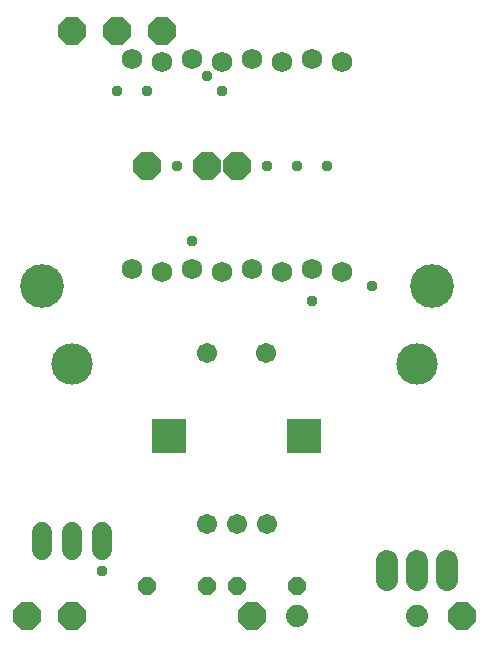
<source format=gbr>
G04 EAGLE Gerber RS-274X export*
G75*
%MOMM*%
%FSLAX34Y34*%
%LPD*%
%INSoldermask Bottom*%
%IPPOS*%
%AMOC8*
5,1,8,0,0,1.08239X$1,22.5*%
G01*
%ADD10C,3.703200*%
%ADD11P,1.649562X8X202.500000*%
%ADD12P,1.649562X8X22.500000*%
%ADD13C,1.879600*%
%ADD14C,1.711200*%
%ADD15R,2.903200X2.903200*%
%ADD16P,2.556822X8X22.500000*%
%ADD17C,1.727200*%
%ADD18C,3.505200*%
%ADD19C,1.727200*%
%ADD20P,2.556822X8X202.500000*%
%ADD21C,1.879600*%
%ADD22P,2.556822X8X112.500000*%
%ADD23C,0.959600*%


D10*
X38100Y317500D03*
X368300Y317500D03*
D11*
X254000Y63500D03*
X203200Y63500D03*
D12*
X127000Y63500D03*
X177800Y63500D03*
D13*
X355600Y38100D03*
X254000Y38100D03*
D14*
X203200Y115500D03*
X178200Y115500D03*
X228700Y115500D03*
X178200Y260500D03*
X228200Y260500D03*
D15*
X146200Y190500D03*
X260200Y190500D03*
D16*
X139700Y533400D03*
X127000Y419100D03*
D17*
X38100Y109220D02*
X38100Y93980D01*
X63500Y93980D02*
X63500Y109220D01*
X88900Y109220D02*
X88900Y93980D01*
D18*
X63500Y251460D03*
D19*
X114300Y331470D03*
X139700Y328930D03*
X165100Y331470D03*
X190500Y328930D03*
X215900Y331470D03*
X241300Y328930D03*
X266700Y331470D03*
X292100Y328930D03*
X292100Y506730D03*
X266700Y509270D03*
X241300Y506730D03*
X215900Y509270D03*
X190500Y506730D03*
X165100Y509270D03*
X139700Y506730D03*
X114300Y509270D03*
D20*
X215900Y38100D03*
X393700Y38100D03*
D21*
X330200Y67818D02*
X330200Y84582D01*
X355600Y84582D02*
X355600Y67818D01*
X381000Y67818D02*
X381000Y84582D01*
D18*
X355600Y251460D03*
D16*
X101600Y533400D03*
X177800Y419100D03*
X63500Y533400D03*
X203200Y419100D03*
D22*
X63500Y38100D03*
D16*
X25400Y38100D03*
D23*
X317500Y317500D03*
X266700Y304800D03*
X190500Y482600D03*
X127000Y482600D03*
X165100Y355600D03*
X101600Y482600D03*
X177800Y495300D03*
X228600Y419100D03*
X279400Y419100D03*
X152400Y419100D03*
X254000Y419100D03*
X88900Y76200D03*
M02*

</source>
